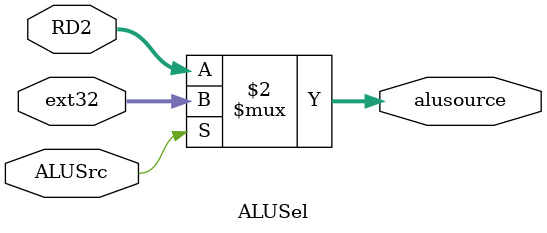
<source format=v>
`timescale 1ns / 1ps
module ALUSel(
    input ALUSrc,
    input [31:0] RD2,
    input [31:0] ext32,
    output [31:0] alusource
    );

assign alusource = (ALUSrc==1) ? ext32 : RD2;

endmodule

</source>
